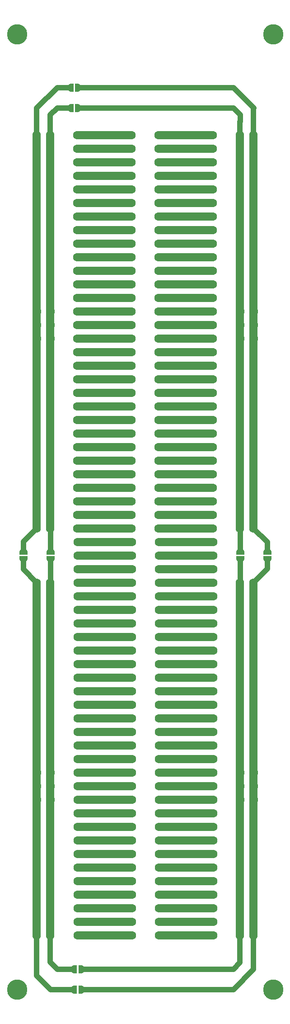
<source format=gtl>
G04 #@! TF.GenerationSoftware,KiCad,Pcbnew,8.0.2*
G04 #@! TF.CreationDate,2024-08-26T09:50:47-06:00*
G04 #@! TF.ProjectId,Perfboard_1_Vertical,50657266-626f-4617-9264-5f315f566572,rev?*
G04 #@! TF.SameCoordinates,Original*
G04 #@! TF.FileFunction,Copper,L1,Top*
G04 #@! TF.FilePolarity,Positive*
%FSLAX46Y46*%
G04 Gerber Fmt 4.6, Leading zero omitted, Abs format (unit mm)*
G04 Created by KiCad (PCBNEW 8.0.2) date 2024-08-26 09:50:47*
%MOMM*%
%LPD*%
G01*
G04 APERTURE LIST*
G04 Aperture macros list*
%AMFreePoly0*
4,1,19,0.500000,-0.750000,0.000000,-0.750000,0.000000,-0.744911,-0.071157,-0.744911,-0.207708,-0.704816,-0.327430,-0.627875,-0.420627,-0.520320,-0.479746,-0.390866,-0.500000,-0.250000,-0.500000,0.250000,-0.479746,0.390866,-0.420627,0.520320,-0.327430,0.627875,-0.207708,0.704816,-0.071157,0.744911,0.000000,0.744911,0.000000,0.750000,0.500000,0.750000,0.500000,-0.750000,0.500000,-0.750000,
$1*%
%AMFreePoly1*
4,1,19,0.000000,0.744911,0.071157,0.744911,0.207708,0.704816,0.327430,0.627875,0.420627,0.520320,0.479746,0.390866,0.500000,0.250000,0.500000,-0.250000,0.479746,-0.390866,0.420627,-0.520320,0.327430,-0.627875,0.207708,-0.704816,0.071157,-0.744911,0.000000,-0.744911,0.000000,-0.750000,-0.500000,-0.750000,-0.500000,0.750000,0.000000,0.750000,0.000000,0.744911,0.000000,0.744911,
$1*%
G04 Aperture macros list end*
G04 #@! TA.AperFunction,ComponentPad*
%ADD10C,2.600000*%
G04 #@! TD*
G04 #@! TA.AperFunction,ConnectorPad*
%ADD11C,3.800000*%
G04 #@! TD*
G04 #@! TA.AperFunction,ComponentPad*
%ADD12C,1.600000*%
G04 #@! TD*
G04 #@! TA.AperFunction,SMDPad,CuDef*
%ADD13FreePoly0,0.000000*%
G04 #@! TD*
G04 #@! TA.AperFunction,SMDPad,CuDef*
%ADD14FreePoly1,0.000000*%
G04 #@! TD*
G04 #@! TA.AperFunction,SMDPad,CuDef*
%ADD15FreePoly0,90.000000*%
G04 #@! TD*
G04 #@! TA.AperFunction,SMDPad,CuDef*
%ADD16FreePoly1,90.000000*%
G04 #@! TD*
G04 #@! TA.AperFunction,SMDPad,CuDef*
%ADD17FreePoly0,270.000000*%
G04 #@! TD*
G04 #@! TA.AperFunction,SMDPad,CuDef*
%ADD18FreePoly1,270.000000*%
G04 #@! TD*
G04 #@! TA.AperFunction,Conductor*
%ADD19C,1.500000*%
G04 #@! TD*
G04 #@! TA.AperFunction,Conductor*
%ADD20C,1.000000*%
G04 #@! TD*
G04 APERTURE END LIST*
D10*
X88000000Y-34000000D03*
D11*
X88000000Y-34000000D03*
D12*
X99360000Y-149380000D03*
X132320000Y-65560000D03*
X109460000Y-73180000D03*
X91680000Y-195100000D03*
X119620000Y-93500000D03*
X129840000Y-177320000D03*
X124700000Y-121440000D03*
X101900000Y-139220000D03*
X124760000Y-141760000D03*
X124760000Y-134140000D03*
X106980000Y-169700000D03*
X132320000Y-190020000D03*
X106980000Y-149380000D03*
X109520000Y-172240000D03*
X119620000Y-118900000D03*
X94220000Y-159540000D03*
X101900000Y-187480000D03*
X106980000Y-182400000D03*
X119680000Y-200180000D03*
X122220000Y-177320000D03*
X104440000Y-177320000D03*
X99300000Y-52860000D03*
X109520000Y-149380000D03*
X99360000Y-159540000D03*
X119620000Y-126520000D03*
X99300000Y-113820000D03*
X109520000Y-144300000D03*
X122220000Y-202720000D03*
X99300000Y-123980000D03*
X99300000Y-88420000D03*
X119620000Y-108740000D03*
X106920000Y-70640000D03*
X117140000Y-129060000D03*
X117080000Y-70640000D03*
X91740000Y-88420000D03*
X119620000Y-90960000D03*
X117080000Y-52860000D03*
X124700000Y-108740000D03*
X124760000Y-139220000D03*
X101900000Y-129060000D03*
X106920000Y-121440000D03*
X117080000Y-121440000D03*
X114600000Y-159540000D03*
X109460000Y-101120000D03*
X122220000Y-129060000D03*
X104440000Y-141760000D03*
X99300000Y-98580000D03*
X91680000Y-116360000D03*
X132320000Y-149380000D03*
X117140000Y-136680000D03*
X91680000Y-202720000D03*
X91680000Y-80800000D03*
X94220000Y-182400000D03*
X122160000Y-93500000D03*
X104380000Y-68100000D03*
X117140000Y-187480000D03*
X94220000Y-154460000D03*
X114540000Y-80800000D03*
X124700000Y-123980000D03*
X99300000Y-75720000D03*
X117080000Y-85880000D03*
X91680000Y-70640000D03*
X117080000Y-118900000D03*
X129780000Y-57940000D03*
X119680000Y-134140000D03*
X109520000Y-200180000D03*
X117140000Y-164620000D03*
X109460000Y-98580000D03*
X104380000Y-90960000D03*
X132320000Y-169700000D03*
X114540000Y-123980000D03*
X129780000Y-78260000D03*
X104440000Y-134140000D03*
X122160000Y-126520000D03*
X94220000Y-75720000D03*
X99360000Y-174780000D03*
X132320000Y-164620000D03*
X119620000Y-52860000D03*
X119680000Y-177320000D03*
X124700000Y-57940000D03*
X122160000Y-113820000D03*
X114600000Y-192560000D03*
X91680000Y-197640000D03*
X94220000Y-164620000D03*
X101900000Y-177320000D03*
X114540000Y-101120000D03*
X109460000Y-106200000D03*
X101840000Y-75720000D03*
X99360000Y-200180000D03*
X117080000Y-116360000D03*
X94220000Y-63020000D03*
X106980000Y-164620000D03*
X101900000Y-131600000D03*
X122220000Y-136680000D03*
X129780000Y-149380000D03*
X101900000Y-144300000D03*
X119680000Y-131600000D03*
X124760000Y-195100000D03*
X129780000Y-96040000D03*
X94220000Y-118900000D03*
X106980000Y-134140000D03*
X122220000Y-162080000D03*
X109460000Y-55400000D03*
X99360000Y-134140000D03*
X106920000Y-60480000D03*
X119620000Y-85880000D03*
X91680000Y-146840000D03*
X104380000Y-78260000D03*
X94220000Y-195100000D03*
X106920000Y-65560000D03*
X122220000Y-134140000D03*
X129780000Y-113820000D03*
X99360000Y-202720000D03*
X119620000Y-113820000D03*
X104380000Y-96040000D03*
X122160000Y-65560000D03*
X94220000Y-96040000D03*
X94220000Y-106200000D03*
X132380000Y-90960000D03*
X129780000Y-123980000D03*
X132320000Y-159540000D03*
X101840000Y-85880000D03*
X114600000Y-174780000D03*
X132320000Y-75720000D03*
X132380000Y-172240000D03*
X91680000Y-190020000D03*
X106980000Y-172240000D03*
X122160000Y-96040000D03*
X124760000Y-154460000D03*
X124700000Y-73180000D03*
X122160000Y-83340000D03*
X106920000Y-52860000D03*
X132320000Y-157000000D03*
X106920000Y-78260000D03*
X101900000Y-184940000D03*
X99300000Y-73180000D03*
X99360000Y-144300000D03*
X99360000Y-197640000D03*
X94280000Y-85880000D03*
X91680000Y-182400000D03*
X122160000Y-88420000D03*
X94220000Y-116360000D03*
X117140000Y-177320000D03*
X119620000Y-103660000D03*
X132320000Y-118900000D03*
X101840000Y-116360000D03*
X106980000Y-136680000D03*
X129780000Y-52860000D03*
X94280000Y-88420000D03*
X91680000Y-68100000D03*
X94280000Y-177320000D03*
X104440000Y-195100000D03*
X117080000Y-90960000D03*
X117080000Y-75720000D03*
X132320000Y-63020000D03*
X99360000Y-157000000D03*
X109460000Y-116360000D03*
X114540000Y-65560000D03*
X132320000Y-182400000D03*
X132320000Y-111280000D03*
X132320000Y-146840000D03*
X129840000Y-172240000D03*
X104440000Y-139220000D03*
X132320000Y-139220000D03*
X122160000Y-101120000D03*
X129780000Y-83340000D03*
X106920000Y-108740000D03*
X109520000Y-139220000D03*
X117080000Y-126520000D03*
X94220000Y-70640000D03*
X101840000Y-88420000D03*
X106920000Y-80800000D03*
X119680000Y-187480000D03*
X91740000Y-174780000D03*
X101840000Y-126520000D03*
X129780000Y-141760000D03*
X104380000Y-80800000D03*
X104380000Y-108740000D03*
X106920000Y-96040000D03*
X104380000Y-103660000D03*
X106980000Y-177320000D03*
X132320000Y-154460000D03*
X104380000Y-52860000D03*
X99360000Y-179860000D03*
X91680000Y-78260000D03*
X117080000Y-108740000D03*
X129780000Y-103660000D03*
X104440000Y-184940000D03*
X129780000Y-121440000D03*
X99300000Y-55400000D03*
X129780000Y-136680000D03*
X99360000Y-182400000D03*
X122220000Y-179860000D03*
X114600000Y-187480000D03*
X119680000Y-195100000D03*
X132320000Y-121440000D03*
X119620000Y-78260000D03*
X124700000Y-118900000D03*
X129780000Y-151920000D03*
X132380000Y-177320000D03*
X104380000Y-55400000D03*
X109460000Y-85880000D03*
X99360000Y-184940000D03*
X101900000Y-195100000D03*
X129780000Y-111280000D03*
X91680000Y-187480000D03*
X114600000Y-200180000D03*
X122220000Y-141760000D03*
X101840000Y-60480000D03*
X117080000Y-88420000D03*
X94280000Y-90960000D03*
X91680000Y-118900000D03*
X99300000Y-85880000D03*
X124760000Y-146840000D03*
X101840000Y-63020000D03*
X117140000Y-141760000D03*
X101840000Y-73180000D03*
X101900000Y-164620000D03*
X104380000Y-63020000D03*
X117140000Y-162080000D03*
X94220000Y-93500000D03*
X91680000Y-167160000D03*
X94280000Y-174780000D03*
X109520000Y-164620000D03*
X132320000Y-162080000D03*
D10*
X136000000Y-34000000D03*
D11*
X136000000Y-34000000D03*
D12*
X132320000Y-103660000D03*
X132380000Y-85880000D03*
X109460000Y-52860000D03*
X109520000Y-177320000D03*
X109520000Y-154460000D03*
X119620000Y-70640000D03*
X101840000Y-96040000D03*
X117080000Y-60480000D03*
X119680000Y-151920000D03*
X129780000Y-116360000D03*
X124760000Y-157000000D03*
X132320000Y-126520000D03*
X129780000Y-187480000D03*
X99360000Y-146840000D03*
X99300000Y-70640000D03*
D13*
X98060000Y-47780000D03*
D14*
X99360000Y-47780000D03*
D12*
X114540000Y-68100000D03*
X129780000Y-146840000D03*
X132320000Y-80800000D03*
X132320000Y-101120000D03*
X132320000Y-113820000D03*
X117080000Y-63020000D03*
X91680000Y-179860000D03*
X129780000Y-164620000D03*
X106920000Y-68100000D03*
X114540000Y-108740000D03*
X114600000Y-129060000D03*
X119620000Y-98580000D03*
X114600000Y-182400000D03*
X122160000Y-73180000D03*
X99300000Y-96040000D03*
X109520000Y-182400000D03*
X122220000Y-197640000D03*
X99360000Y-131600000D03*
X124760000Y-197640000D03*
X124700000Y-83340000D03*
X99360000Y-129060000D03*
X94220000Y-113820000D03*
X109460000Y-88420000D03*
X104440000Y-197640000D03*
X94220000Y-202720000D03*
X114600000Y-157000000D03*
X106920000Y-75720000D03*
X109520000Y-136680000D03*
X101900000Y-190020000D03*
X117080000Y-103660000D03*
X132320000Y-96040000D03*
X129780000Y-192560000D03*
X114540000Y-126520000D03*
X117080000Y-65560000D03*
X119680000Y-182400000D03*
X101840000Y-101120000D03*
X124700000Y-113820000D03*
X122220000Y-190020000D03*
X124760000Y-149380000D03*
X104440000Y-172240000D03*
X119620000Y-80800000D03*
X91680000Y-151920000D03*
X109520000Y-134140000D03*
X124760000Y-190020000D03*
X117080000Y-80800000D03*
X114600000Y-167160000D03*
X106920000Y-116360000D03*
X119620000Y-111280000D03*
X129840000Y-85880000D03*
X106980000Y-139220000D03*
X101840000Y-57940000D03*
X117080000Y-57940000D03*
X132380000Y-174780000D03*
X117140000Y-192560000D03*
X101840000Y-103660000D03*
X132320000Y-52860000D03*
X101900000Y-151920000D03*
X124700000Y-111280000D03*
X119680000Y-154460000D03*
X124700000Y-90960000D03*
X101840000Y-106200000D03*
X106980000Y-141760000D03*
X129840000Y-90960000D03*
X129780000Y-190020000D03*
X99360000Y-195100000D03*
X119620000Y-57940000D03*
X106920000Y-83340000D03*
X106980000Y-131600000D03*
X104380000Y-88420000D03*
X104440000Y-149380000D03*
X114540000Y-63020000D03*
X114540000Y-116360000D03*
X114540000Y-98580000D03*
X104380000Y-83340000D03*
D10*
X136000000Y-212880000D03*
D11*
X136000000Y-212880000D03*
D12*
X124700000Y-65560000D03*
X124760000Y-151920000D03*
X109520000Y-141760000D03*
X124760000Y-169700000D03*
X119620000Y-75720000D03*
X119680000Y-164620000D03*
X101900000Y-167160000D03*
X104440000Y-144300000D03*
X106980000Y-192560000D03*
X91680000Y-164620000D03*
X132320000Y-167160000D03*
X122160000Y-63020000D03*
X119680000Y-144300000D03*
X101900000Y-197640000D03*
X94220000Y-83340000D03*
X91740000Y-172240000D03*
X101840000Y-121440000D03*
X109520000Y-146840000D03*
X114600000Y-184940000D03*
X91680000Y-111280000D03*
X114600000Y-164620000D03*
X122160000Y-60480000D03*
X129780000Y-126520000D03*
X129780000Y-184940000D03*
X117140000Y-146840000D03*
X101840000Y-118900000D03*
X124760000Y-172240000D03*
X94220000Y-187480000D03*
X132320000Y-106200000D03*
X109520000Y-192560000D03*
X117080000Y-73180000D03*
X114540000Y-90960000D03*
X109460000Y-121440000D03*
X101840000Y-52860000D03*
X117140000Y-172240000D03*
X109520000Y-190020000D03*
X122160000Y-116360000D03*
X101840000Y-70640000D03*
X129780000Y-182400000D03*
X117080000Y-113820000D03*
X114600000Y-151920000D03*
X101900000Y-162080000D03*
X109460000Y-75720000D03*
X129780000Y-68100000D03*
X94220000Y-167160000D03*
X124700000Y-98580000D03*
X122220000Y-144300000D03*
X104380000Y-93500000D03*
X122220000Y-187480000D03*
X106980000Y-151920000D03*
X132320000Y-192560000D03*
X122160000Y-90960000D03*
X99300000Y-111280000D03*
X101840000Y-78260000D03*
X119680000Y-159540000D03*
X132320000Y-184940000D03*
X114600000Y-172240000D03*
X106980000Y-144300000D03*
X117140000Y-195100000D03*
X104440000Y-162080000D03*
X94220000Y-146840000D03*
X101840000Y-98580000D03*
X119620000Y-68100000D03*
X124760000Y-167160000D03*
X104440000Y-159540000D03*
X99360000Y-192560000D03*
X104440000Y-136680000D03*
X122220000Y-164620000D03*
X101900000Y-202720000D03*
X122160000Y-98580000D03*
X99360000Y-139220000D03*
X124700000Y-116360000D03*
X91740000Y-85880000D03*
X114600000Y-144300000D03*
X114540000Y-93500000D03*
X106920000Y-93500000D03*
D15*
X89200000Y-132250000D03*
D16*
X89200000Y-130950000D03*
D12*
X109460000Y-65560000D03*
X122220000Y-184940000D03*
X122160000Y-123980000D03*
X119620000Y-88420000D03*
X114600000Y-131600000D03*
X119620000Y-55400000D03*
X91680000Y-169700000D03*
X99300000Y-108740000D03*
X122160000Y-108740000D03*
D15*
X94280000Y-132250000D03*
D16*
X94280000Y-130950000D03*
D12*
X114540000Y-111280000D03*
X109460000Y-70640000D03*
X106920000Y-101120000D03*
X91680000Y-98580000D03*
X114540000Y-57940000D03*
X124760000Y-144300000D03*
X124700000Y-70640000D03*
X122160000Y-121440000D03*
X122220000Y-200180000D03*
X91680000Y-154460000D03*
X114600000Y-136680000D03*
X94220000Y-121440000D03*
X106920000Y-63020000D03*
X101900000Y-174780000D03*
X106980000Y-162080000D03*
X124760000Y-187480000D03*
X101900000Y-146840000D03*
X109460000Y-118900000D03*
X117140000Y-159540000D03*
X91680000Y-159540000D03*
X106980000Y-146840000D03*
X122220000Y-169700000D03*
X129840000Y-174780000D03*
X109460000Y-96040000D03*
X94220000Y-123980000D03*
X94220000Y-108740000D03*
X117140000Y-190020000D03*
X119620000Y-116360000D03*
X119680000Y-202720000D03*
X109520000Y-187480000D03*
X104440000Y-167160000D03*
X132320000Y-197640000D03*
X99300000Y-57940000D03*
X124700000Y-88420000D03*
X119680000Y-157000000D03*
X114540000Y-88420000D03*
X122160000Y-75720000D03*
X129780000Y-101120000D03*
X129780000Y-167160000D03*
X99360000Y-162080000D03*
X114540000Y-113820000D03*
X122220000Y-149380000D03*
X109520000Y-195100000D03*
X114600000Y-169700000D03*
X117080000Y-68100000D03*
X122220000Y-192560000D03*
D10*
X88000000Y-212880000D03*
D11*
X88000000Y-212880000D03*
D12*
X132320000Y-187480000D03*
X94220000Y-190020000D03*
X122160000Y-68100000D03*
X94220000Y-149380000D03*
X124760000Y-177320000D03*
X91680000Y-144300000D03*
X99300000Y-93500000D03*
X91680000Y-73180000D03*
X91680000Y-93500000D03*
X119680000Y-167160000D03*
X129780000Y-157000000D03*
X122220000Y-157000000D03*
X99360000Y-190020000D03*
X91680000Y-108740000D03*
X91680000Y-126520000D03*
X119620000Y-63020000D03*
X109520000Y-174780000D03*
X132320000Y-60480000D03*
X101900000Y-157000000D03*
X114540000Y-106200000D03*
X109520000Y-179860000D03*
X114540000Y-70640000D03*
X91680000Y-52860000D03*
X106980000Y-159540000D03*
X114540000Y-75720000D03*
X114540000Y-121440000D03*
X114600000Y-197640000D03*
X104440000Y-154460000D03*
X124700000Y-80800000D03*
X124760000Y-179860000D03*
X106920000Y-106200000D03*
X117140000Y-139220000D03*
X124760000Y-162080000D03*
X99300000Y-78260000D03*
X94220000Y-151920000D03*
X119680000Y-192560000D03*
X114600000Y-162080000D03*
X109460000Y-57940000D03*
X124700000Y-63020000D03*
X124700000Y-101120000D03*
X101900000Y-136680000D03*
X132320000Y-123980000D03*
X124700000Y-52860000D03*
X109520000Y-162080000D03*
X104440000Y-182400000D03*
X132320000Y-68100000D03*
X104380000Y-101120000D03*
X117140000Y-167160000D03*
X122220000Y-159540000D03*
X122220000Y-172240000D03*
X114540000Y-96040000D03*
X119680000Y-141760000D03*
D13*
X98060000Y-43970000D03*
D14*
X99360000Y-43970000D03*
D12*
X106980000Y-195100000D03*
X94220000Y-55400000D03*
X91680000Y-192560000D03*
X129780000Y-144300000D03*
X109460000Y-113820000D03*
X109520000Y-169700000D03*
X94220000Y-65560000D03*
X124760000Y-136680000D03*
X104380000Y-126520000D03*
X132320000Y-73180000D03*
X91680000Y-75720000D03*
X106920000Y-126520000D03*
X94220000Y-57940000D03*
X129780000Y-63020000D03*
X117080000Y-98580000D03*
X91680000Y-55400000D03*
X122220000Y-151920000D03*
X117140000Y-184940000D03*
X129780000Y-202720000D03*
X119680000Y-184940000D03*
X106980000Y-179860000D03*
X99300000Y-65560000D03*
X119680000Y-146840000D03*
X124700000Y-85880000D03*
X99360000Y-167160000D03*
X109460000Y-123980000D03*
X99300000Y-116360000D03*
X106980000Y-174780000D03*
X132320000Y-144300000D03*
X104380000Y-70640000D03*
X132320000Y-202720000D03*
X91680000Y-65560000D03*
X104440000Y-192560000D03*
X94220000Y-98580000D03*
X124760000Y-202720000D03*
D13*
X98710000Y-209070000D03*
D14*
X100010000Y-209070000D03*
D12*
X124700000Y-55400000D03*
X124700000Y-78260000D03*
X104440000Y-169700000D03*
X114540000Y-83340000D03*
X117140000Y-134140000D03*
X114600000Y-139220000D03*
X119620000Y-65560000D03*
X109520000Y-167160000D03*
X91680000Y-121440000D03*
X117140000Y-200180000D03*
X91680000Y-57940000D03*
X106980000Y-202720000D03*
X94220000Y-200180000D03*
X109460000Y-78260000D03*
X104380000Y-85880000D03*
X104440000Y-174780000D03*
X119620000Y-96040000D03*
X122220000Y-154460000D03*
X119620000Y-101120000D03*
X129780000Y-195100000D03*
X91680000Y-63020000D03*
X124760000Y-200180000D03*
X129780000Y-118900000D03*
X104380000Y-106200000D03*
X99300000Y-83340000D03*
X91680000Y-162080000D03*
X129780000Y-55400000D03*
X124700000Y-60480000D03*
X94220000Y-60480000D03*
X104380000Y-60480000D03*
X119680000Y-136680000D03*
X99300000Y-63020000D03*
X101900000Y-169700000D03*
X104380000Y-111280000D03*
X117080000Y-96040000D03*
X106980000Y-157000000D03*
X122160000Y-118900000D03*
D17*
X129840000Y-130950000D03*
D18*
X129840000Y-132250000D03*
D12*
X132320000Y-98580000D03*
X124700000Y-96040000D03*
X117080000Y-93500000D03*
X106920000Y-111280000D03*
X94220000Y-68100000D03*
X99360000Y-169700000D03*
X101900000Y-172240000D03*
X94220000Y-179860000D03*
X114600000Y-179860000D03*
X119620000Y-121440000D03*
X99360000Y-172240000D03*
X114540000Y-73180000D03*
X124700000Y-106200000D03*
X122160000Y-85880000D03*
X101840000Y-68100000D03*
X129780000Y-179860000D03*
X119680000Y-129060000D03*
X91740000Y-177320000D03*
X129780000Y-80800000D03*
X119680000Y-172240000D03*
X99360000Y-187480000D03*
X119680000Y-174780000D03*
X104380000Y-57940000D03*
X101900000Y-182400000D03*
D17*
X134920000Y-130950000D03*
D18*
X134920000Y-132250000D03*
D12*
X109520000Y-184940000D03*
X91680000Y-96040000D03*
X129780000Y-73180000D03*
X109520000Y-131600000D03*
X91680000Y-184940000D03*
X114600000Y-177320000D03*
X117080000Y-123980000D03*
X104380000Y-123980000D03*
D13*
X98710000Y-212880000D03*
D14*
X100010000Y-212880000D03*
D12*
X101840000Y-108740000D03*
X91680000Y-113820000D03*
X99300000Y-60480000D03*
X129780000Y-197640000D03*
X101900000Y-159540000D03*
X124700000Y-75720000D03*
X132320000Y-57940000D03*
X132320000Y-136680000D03*
X124760000Y-131600000D03*
X109460000Y-93500000D03*
X101840000Y-80800000D03*
X114600000Y-202720000D03*
X94280000Y-172240000D03*
X124700000Y-68100000D03*
X101840000Y-123980000D03*
X101840000Y-90960000D03*
X122220000Y-139220000D03*
X109460000Y-90960000D03*
X114600000Y-134140000D03*
X122220000Y-195100000D03*
X101840000Y-55400000D03*
X114540000Y-55400000D03*
X129780000Y-98580000D03*
X114600000Y-195100000D03*
X129780000Y-75720000D03*
X94220000Y-78260000D03*
X104380000Y-73180000D03*
X104380000Y-65560000D03*
X122160000Y-55400000D03*
X114540000Y-52860000D03*
X91680000Y-83340000D03*
X109460000Y-80800000D03*
X94220000Y-192560000D03*
X94220000Y-197640000D03*
X104380000Y-116360000D03*
X117140000Y-202720000D03*
X106920000Y-57940000D03*
X119680000Y-162080000D03*
X104380000Y-113820000D03*
X91680000Y-106200000D03*
X109460000Y-63020000D03*
X132320000Y-83340000D03*
X104380000Y-118900000D03*
X94220000Y-52860000D03*
X129840000Y-88420000D03*
X132320000Y-70640000D03*
X122220000Y-146840000D03*
X122160000Y-80800000D03*
X101900000Y-149380000D03*
X129780000Y-108740000D03*
X122220000Y-174780000D03*
X124760000Y-192560000D03*
X91680000Y-103660000D03*
X117140000Y-197640000D03*
X117140000Y-154460000D03*
X106980000Y-129060000D03*
X117140000Y-144300000D03*
X122220000Y-131600000D03*
X122160000Y-78260000D03*
X104440000Y-157000000D03*
X99300000Y-118900000D03*
X104440000Y-179860000D03*
X132320000Y-55400000D03*
X101900000Y-154460000D03*
X114600000Y-190020000D03*
X94220000Y-136680000D03*
X106920000Y-85880000D03*
X109520000Y-157000000D03*
X91680000Y-101120000D03*
X117080000Y-83340000D03*
X99300000Y-90960000D03*
X129780000Y-159540000D03*
X129780000Y-139220000D03*
X117140000Y-151920000D03*
X94220000Y-101120000D03*
X91680000Y-123980000D03*
X99300000Y-80800000D03*
X94220000Y-80800000D03*
X122220000Y-182400000D03*
X117140000Y-157000000D03*
X132320000Y-93500000D03*
X129780000Y-154460000D03*
X109460000Y-111280000D03*
X91680000Y-136680000D03*
X117140000Y-174780000D03*
X124760000Y-159540000D03*
X129780000Y-60480000D03*
X104440000Y-190020000D03*
X104440000Y-202720000D03*
X91740000Y-90960000D03*
X119680000Y-139220000D03*
X132320000Y-151920000D03*
X101900000Y-134140000D03*
X94220000Y-144300000D03*
X114540000Y-78260000D03*
X104380000Y-98580000D03*
X91680000Y-200180000D03*
X124700000Y-126520000D03*
X119680000Y-169700000D03*
X119620000Y-83340000D03*
X117140000Y-149380000D03*
X119680000Y-149380000D03*
X109520000Y-159540000D03*
X124760000Y-164620000D03*
X94220000Y-162080000D03*
X119620000Y-73180000D03*
X91680000Y-149380000D03*
X124700000Y-93500000D03*
X109520000Y-202720000D03*
X104440000Y-146840000D03*
X132320000Y-141760000D03*
X106920000Y-103660000D03*
X122160000Y-106200000D03*
X132320000Y-116360000D03*
X132320000Y-200180000D03*
X124760000Y-129060000D03*
X109460000Y-126520000D03*
X101840000Y-113820000D03*
X106920000Y-88420000D03*
X109520000Y-129060000D03*
X132320000Y-195100000D03*
X114600000Y-154460000D03*
X132320000Y-108740000D03*
X99360000Y-154460000D03*
X106980000Y-200180000D03*
X99300000Y-103660000D03*
X101900000Y-192560000D03*
X109520000Y-151920000D03*
X132320000Y-78260000D03*
X119620000Y-60480000D03*
X91680000Y-141760000D03*
X106920000Y-118900000D03*
X124760000Y-184940000D03*
X114540000Y-60480000D03*
X94220000Y-184940000D03*
X122220000Y-167160000D03*
X117140000Y-169700000D03*
X119680000Y-197640000D03*
X104440000Y-131600000D03*
X122160000Y-70640000D03*
X106920000Y-73180000D03*
X122160000Y-103660000D03*
X99360000Y-141760000D03*
X109460000Y-60480000D03*
X99360000Y-136680000D03*
X94220000Y-169700000D03*
X119680000Y-179860000D03*
X106980000Y-167160000D03*
X106980000Y-154460000D03*
X91680000Y-139220000D03*
X129780000Y-162080000D03*
X94220000Y-111280000D03*
X129780000Y-70640000D03*
X117140000Y-179860000D03*
X94220000Y-157000000D03*
X124760000Y-182400000D03*
X101840000Y-111280000D03*
X117080000Y-78260000D03*
X109460000Y-103660000D03*
X124760000Y-174780000D03*
X94220000Y-126520000D03*
X106920000Y-98580000D03*
X117080000Y-101120000D03*
X129780000Y-169700000D03*
X109460000Y-83340000D03*
X99300000Y-126520000D03*
X114540000Y-103660000D03*
X99300000Y-106200000D03*
X101840000Y-65560000D03*
X106920000Y-90960000D03*
X117080000Y-111280000D03*
X104440000Y-200180000D03*
X101840000Y-83340000D03*
X117140000Y-182400000D03*
X99300000Y-101120000D03*
X114540000Y-118900000D03*
X114600000Y-141760000D03*
X122160000Y-111280000D03*
X129780000Y-93500000D03*
X109460000Y-68100000D03*
X104380000Y-75720000D03*
X106920000Y-113820000D03*
X124700000Y-103660000D03*
X104440000Y-187480000D03*
X94220000Y-103660000D03*
X129780000Y-106200000D03*
X101900000Y-179860000D03*
X132320000Y-179860000D03*
X99360000Y-151920000D03*
X122160000Y-57940000D03*
X106980000Y-197640000D03*
X101900000Y-200180000D03*
X91680000Y-60480000D03*
X122160000Y-52860000D03*
X106980000Y-184940000D03*
X129780000Y-65560000D03*
X101900000Y-141760000D03*
X99300000Y-68100000D03*
X104440000Y-129060000D03*
X106980000Y-187480000D03*
X117080000Y-106200000D03*
X117080000Y-55400000D03*
X132380000Y-88420000D03*
X114600000Y-146840000D03*
X117140000Y-131600000D03*
X99360000Y-164620000D03*
X101840000Y-93500000D03*
X94220000Y-141760000D03*
X114540000Y-85880000D03*
X94220000Y-139220000D03*
X114600000Y-149380000D03*
X119680000Y-190020000D03*
X106920000Y-55400000D03*
X99300000Y-121440000D03*
X119620000Y-123980000D03*
X94220000Y-73180000D03*
X91680000Y-157000000D03*
X104440000Y-164620000D03*
X129780000Y-200180000D03*
X106920000Y-123980000D03*
X99360000Y-177320000D03*
X104440000Y-151920000D03*
X104380000Y-121440000D03*
X109460000Y-108740000D03*
X106980000Y-190020000D03*
X109520000Y-197640000D03*
X119620000Y-106200000D03*
D19*
X124700000Y-80800000D02*
X114540000Y-80800000D01*
X114600000Y-146840000D02*
X124760000Y-146840000D01*
X114600000Y-139220000D02*
X124760000Y-139220000D01*
X114540000Y-121440000D02*
X124700000Y-121440000D01*
X132320000Y-136680000D02*
X132320000Y-202720000D01*
X114600000Y-182400000D02*
X124760000Y-182400000D01*
X94220000Y-126520000D02*
X94220000Y-52860000D01*
X114540000Y-55400000D02*
X124700000Y-55400000D01*
X124760000Y-187480000D02*
X114600000Y-187480000D01*
X114540000Y-101120000D02*
X124700000Y-101120000D01*
X99360000Y-159540000D02*
X109520000Y-159540000D01*
D20*
X128570000Y-209070000D02*
X129780000Y-207860000D01*
D19*
X114540000Y-126520000D02*
X124700000Y-126520000D01*
D20*
X95550000Y-47780000D02*
X94220000Y-49110000D01*
X94220000Y-49110000D02*
X94220000Y-52860000D01*
D19*
X114600000Y-192560000D02*
X124760000Y-192560000D01*
X114600000Y-174780000D02*
X124760000Y-174780000D01*
X114540000Y-78260000D02*
X124700000Y-78260000D01*
X99300000Y-68100000D02*
X109460000Y-68100000D01*
D20*
X132320000Y-47840000D02*
X132320000Y-52860000D01*
D19*
X99360000Y-129060000D02*
X109520000Y-129060000D01*
X99360000Y-167160000D02*
X109520000Y-167160000D01*
X124760000Y-151920000D02*
X114600000Y-151920000D01*
X99360000Y-157000000D02*
X109520000Y-157000000D01*
X114600000Y-144300000D02*
X124760000Y-144300000D01*
D20*
X99360000Y-43970000D02*
X128570000Y-43970000D01*
D19*
X114540000Y-57940000D02*
X124700000Y-57940000D01*
D20*
X94280000Y-132250000D02*
X94280000Y-136620000D01*
D19*
X99300000Y-126520000D02*
X109460000Y-126520000D01*
X114600000Y-184940000D02*
X124760000Y-184940000D01*
D20*
X89200000Y-132250000D02*
X89200000Y-134200000D01*
D19*
X114600000Y-134140000D02*
X124760000Y-134140000D01*
X114540000Y-116360000D02*
X124700000Y-116360000D01*
X124700000Y-111280000D02*
X114540000Y-111280000D01*
X114540000Y-63020000D02*
X124700000Y-63020000D01*
X114540000Y-106200000D02*
X124700000Y-106200000D01*
X99300000Y-121440000D02*
X109460000Y-121440000D01*
X91680000Y-202720000D02*
X91680000Y-136680000D01*
X99360000Y-174780000D02*
X109520000Y-174780000D01*
X114540000Y-73180000D02*
X124700000Y-73180000D01*
D20*
X98710000Y-209070000D02*
X95550000Y-209070000D01*
X98060000Y-43970000D02*
X95550000Y-43970000D01*
X128570000Y-43970000D02*
X132380000Y-47780000D01*
D19*
X99300000Y-85880000D02*
X109460000Y-85880000D01*
D20*
X89200000Y-129000000D02*
X91680000Y-126520000D01*
D19*
X99300000Y-57940000D02*
X109460000Y-57940000D01*
X99300000Y-108740000D02*
X109460000Y-108740000D01*
X114600000Y-131600000D02*
X124760000Y-131600000D01*
X109520000Y-136680000D02*
X99360000Y-136680000D01*
X114540000Y-93500000D02*
X124700000Y-93500000D01*
D20*
X95550000Y-209070000D02*
X94220000Y-207740000D01*
D19*
X99300000Y-80800000D02*
X109460000Y-80800000D01*
X99360000Y-139220000D02*
X109520000Y-139220000D01*
D20*
X134920000Y-134080000D02*
X132320000Y-136680000D01*
D19*
X99300000Y-103660000D02*
X109460000Y-103660000D01*
X109460000Y-75720000D02*
X99300000Y-75720000D01*
X99360000Y-164620000D02*
X109520000Y-164620000D01*
X109520000Y-200180000D02*
X99360000Y-200180000D01*
X114600000Y-179860000D02*
X124760000Y-179860000D01*
X99360000Y-177320000D02*
X109520000Y-177320000D01*
X109520000Y-190020000D02*
X99360000Y-190020000D01*
X124700000Y-85880000D02*
X114540000Y-85880000D01*
D20*
X129840000Y-132250000D02*
X129840000Y-136620000D01*
X94280000Y-212880000D02*
X91680000Y-210280000D01*
D19*
X99300000Y-52860000D02*
X109460000Y-52860000D01*
X109460000Y-118900000D02*
X99300000Y-118900000D01*
X114600000Y-202720000D02*
X124760000Y-202720000D01*
D20*
X89200000Y-134200000D02*
X91680000Y-136680000D01*
D19*
X129780000Y-52860000D02*
X129780000Y-126520000D01*
X114540000Y-70640000D02*
X124700000Y-70640000D01*
X124760000Y-200180000D02*
X114600000Y-200180000D01*
X132320000Y-126520000D02*
X132320000Y-52860000D01*
X99300000Y-98580000D02*
X109460000Y-98580000D01*
X99360000Y-182400000D02*
X109520000Y-182400000D01*
X109460000Y-70640000D02*
X99300000Y-70640000D01*
X99360000Y-149380000D02*
X109520000Y-149380000D01*
X114540000Y-98580000D02*
X124700000Y-98580000D01*
X124760000Y-167160000D02*
X114600000Y-167160000D01*
X114540000Y-65560000D02*
X124700000Y-65560000D01*
X109460000Y-60480000D02*
X99300000Y-60480000D01*
D20*
X94280000Y-126580000D02*
X94220000Y-126520000D01*
X132380000Y-47780000D02*
X132320000Y-47840000D01*
D19*
X114600000Y-154460000D02*
X124760000Y-154460000D01*
X114600000Y-169700000D02*
X124760000Y-169700000D01*
X124700000Y-118900000D02*
X114540000Y-118900000D01*
X114600000Y-197640000D02*
X124760000Y-197640000D01*
X114540000Y-52860000D02*
X124700000Y-52860000D01*
X114540000Y-113820000D02*
X124700000Y-113820000D01*
D20*
X94220000Y-207740000D02*
X94220000Y-202720000D01*
X129840000Y-126580000D02*
X129780000Y-126520000D01*
D19*
X124700000Y-90960000D02*
X114540000Y-90960000D01*
D20*
X98710000Y-212880000D02*
X94280000Y-212880000D01*
D19*
X114540000Y-108740000D02*
X124700000Y-108740000D01*
X99300000Y-83340000D02*
X109460000Y-83340000D01*
D20*
X134920000Y-132250000D02*
X134920000Y-134080000D01*
D19*
X94220000Y-136680000D02*
X94220000Y-202720000D01*
X109520000Y-141760000D02*
X99360000Y-141760000D01*
X99300000Y-116360000D02*
X109460000Y-116360000D01*
D20*
X128570000Y-47780000D02*
X129840000Y-49050000D01*
D19*
X99300000Y-93500000D02*
X109460000Y-93500000D01*
X124700000Y-75720000D02*
X114540000Y-75720000D01*
X114540000Y-96040000D02*
X124700000Y-96040000D01*
X99360000Y-187480000D02*
X109520000Y-187480000D01*
X124760000Y-157000000D02*
X114600000Y-157000000D01*
X114540000Y-68100000D02*
X124700000Y-68100000D01*
D20*
X91680000Y-47840000D02*
X91680000Y-52860000D01*
X129840000Y-49050000D02*
X129840000Y-50320000D01*
D19*
X109520000Y-195100000D02*
X99360000Y-195100000D01*
D20*
X100010000Y-209070000D02*
X128570000Y-209070000D01*
D19*
X114540000Y-88420000D02*
X124700000Y-88420000D01*
D20*
X91680000Y-210280000D02*
X91680000Y-202720000D01*
X99360000Y-47780000D02*
X128570000Y-47780000D01*
X98060000Y-47780000D02*
X95550000Y-47780000D01*
D19*
X99300000Y-88420000D02*
X109460000Y-88420000D01*
D20*
X95550000Y-43970000D02*
X91680000Y-47840000D01*
X89200000Y-130950000D02*
X89200000Y-129000000D01*
D19*
X129780000Y-202720000D02*
X129780000Y-136680000D01*
X99360000Y-154460000D02*
X109520000Y-154460000D01*
X99360000Y-202720000D02*
X109520000Y-202720000D01*
X114600000Y-149380000D02*
X124760000Y-149380000D01*
X99360000Y-184940000D02*
X109520000Y-184940000D01*
X99360000Y-192560000D02*
X109520000Y-192560000D01*
D20*
X129780000Y-50380000D02*
X129780000Y-52860000D01*
D19*
X99300000Y-101120000D02*
X109460000Y-101120000D01*
D20*
X128570000Y-212880000D02*
X132320000Y-209130000D01*
X100010000Y-212880000D02*
X128570000Y-212880000D01*
D19*
X109460000Y-65560000D02*
X99300000Y-65560000D01*
X114540000Y-60480000D02*
X124700000Y-60480000D01*
D20*
X94280000Y-130950000D02*
X94280000Y-126580000D01*
X134920000Y-130950000D02*
X134920000Y-129120000D01*
D19*
X99300000Y-90960000D02*
X109460000Y-90960000D01*
X99300000Y-106200000D02*
X109460000Y-106200000D01*
D20*
X129840000Y-130950000D02*
X129840000Y-126580000D01*
X132320000Y-209130000D02*
X132320000Y-202720000D01*
D19*
X124760000Y-162080000D02*
X114600000Y-162080000D01*
X109520000Y-146840000D02*
X99360000Y-146840000D01*
X99300000Y-96040000D02*
X109460000Y-96040000D01*
X99360000Y-197640000D02*
X109520000Y-197640000D01*
X124700000Y-123980000D02*
X114540000Y-123980000D01*
X114600000Y-159540000D02*
X124760000Y-159540000D01*
X99360000Y-172240000D02*
X109520000Y-172240000D01*
X114600000Y-190020000D02*
X124760000Y-190020000D01*
X99360000Y-162080000D02*
X109520000Y-162080000D01*
D20*
X94280000Y-136620000D02*
X94220000Y-136680000D01*
X129840000Y-136620000D02*
X129780000Y-136680000D01*
X129840000Y-50320000D02*
X129780000Y-50380000D01*
D19*
X99300000Y-111280000D02*
X109460000Y-111280000D01*
X99360000Y-169700000D02*
X109520000Y-169700000D01*
X99360000Y-179860000D02*
X109520000Y-179860000D01*
X114600000Y-172240000D02*
X124760000Y-172240000D01*
X114600000Y-164620000D02*
X124760000Y-164620000D01*
X109460000Y-55400000D02*
X99300000Y-55400000D01*
X109520000Y-131600000D02*
X99360000Y-131600000D01*
X124760000Y-195100000D02*
X114600000Y-195100000D01*
D20*
X134920000Y-129120000D02*
X132320000Y-126520000D01*
D19*
X99300000Y-63020000D02*
X109460000Y-63020000D01*
X99360000Y-134140000D02*
X109520000Y-134140000D01*
X109460000Y-123980000D02*
X99300000Y-123980000D01*
X99300000Y-78260000D02*
X109460000Y-78260000D01*
X114600000Y-177320000D02*
X124760000Y-177320000D01*
X114600000Y-129060000D02*
X124760000Y-129060000D01*
X91680000Y-52860000D02*
X91680000Y-126520000D01*
X114600000Y-136680000D02*
X124760000Y-136680000D01*
X109460000Y-113820000D02*
X99300000Y-113820000D01*
X99300000Y-73180000D02*
X109460000Y-73180000D01*
X114600000Y-141760000D02*
X124760000Y-141760000D01*
X109520000Y-151920000D02*
X99360000Y-151920000D01*
X114540000Y-83340000D02*
X124700000Y-83340000D01*
X114540000Y-103660000D02*
X124700000Y-103660000D01*
D20*
X129780000Y-207860000D02*
X129780000Y-202720000D01*
D19*
X99360000Y-144300000D02*
X109520000Y-144300000D01*
M02*

</source>
